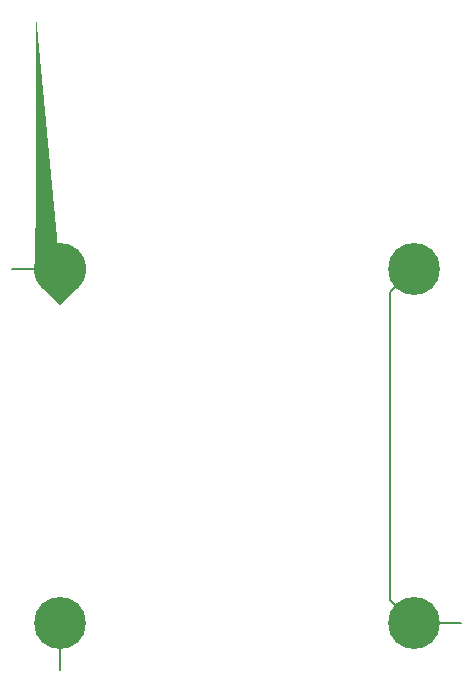
<source format=gtl>
%TF.GenerationSoftware,KiCad,Pcbnew,9.0.4*%
%TF.CreationDate,2025-10-01T23:04:08+01:00*%
%TF.ProjectId,mm_rgb_ring,6d6d5f72-6762-45f7-9269-6e672e6b6963,0.4*%
%TF.SameCoordinates,PX8d24d00PY36d6160*%
%TF.FileFunction,Copper,L1,Top*%
%TF.FilePolarity,Positive*%
%FSLAX45Y45*%
G04 Gerber Fmt 4.5, Leading zero omitted, Abs format (unit mm)*
G04 Created by KiCad (PCBNEW 9.0.4) date 2025-10-01 23:04:08*
%MOMM*%
%LPD*%
G01*
G04 APERTURE LIST*
G04 Aperture macros list*
%AMFreePoly0*
4,1,59,1.555635,1.555635,1.602276,1.508284,1.690419,1.408790,1.772397,1.304154,1.847906,1.194760,1.916673,1.081007,1.978445,0.963309,2.032999,0.842096,2.080134,0.717810,2.119678,0.590905,2.151490,0.461844,2.175450,0.331096,2.191472,0.199143,2.199498,0.066462,2.199498,-0.066462,2.191472,-0.199143,2.175450,-0.331096,2.151490,-0.461844,2.119678,-0.590905,2.080134,-0.717810,
2.032999,-0.842096,1.978445,-0.963309,1.916673,-1.081007,1.847906,-1.194760,1.772397,-1.304154,1.690419,-1.408790,1.602276,-1.508284,1.555635,-1.555635,0.000000,-3.111270,-1.555635,-1.555635,-1.602276,-1.508284,-1.690419,-1.408790,-1.772397,-1.304154,-1.847906,-1.194760,-1.916673,-1.081007,-1.978445,-0.963309,-2.032999,-0.842096,-2.080134,-0.717810,-2.119678,-0.590905,-2.151490,-0.461844,
-2.175450,-0.331096,-2.191472,-0.199143,-2.199498,-0.066462,-2.199498,0.066462,-2.191472,0.199143,-2.175450,0.331096,-2.151490,0.461844,-2.119678,0.590905,-2.080134,0.717810,-2.032999,0.842096,-1.978445,0.963309,-1.916673,1.081007,-1.847906,1.194760,-1.772397,1.304154,-1.690419,1.408790,-1.602276,1.508284,-1.555635,1.555635,0.000000,3.111270,1.555635,1.555635,1.555635,1.555635,
$1*%
G04 Aperture macros list end*
%TA.AperFunction,SMDPad,CuDef*%
%ADD10C,0.125000*%
%TD*%
%TA.AperFunction,ComponentPad*%
%ADD11C,4.400000*%
%TD*%
%TA.AperFunction,FiducialPad,Local*%
%ADD12FreePoly0,135.000000*%
%TD*%
%TA.AperFunction,FiducialPad,Local*%
%ADD13C,4.400000*%
%TD*%
%TA.AperFunction,Conductor*%
%ADD14C,0.200000*%
%TD*%
G04 APERTURE END LIST*
D10*
%TO.P,GS1,1,JD_DATA*%
%TO.N,JD_DATA*%
X-1900000Y1500000D03*
%TD*%
D11*
%TO.P,MH3,MH3,MH3*%
%TO.N,JD_PWR*%
X-1500080Y-1500080D03*
%TD*%
%TO.P,MH4,MH4,MH4*%
%TO.N,GND*%
X1500000Y-1500000D03*
%TD*%
D10*
%TO.P,GS2,1,GND*%
%TO.N,GND*%
X1900000Y-1500000D03*
%TD*%
D11*
%TO.P,MH2,MH2,MH2*%
%TO.N,GND*%
X1500000Y1500000D03*
%TD*%
D10*
%TO.P,GS3,1,JD_PWR*%
%TO.N,JD_PWR*%
X-1500000Y-1900000D03*
%TD*%
D12*
%TO.P,MH1,MH1,MH1*%
%TO.N,JD_DATA*%
X-1500000Y1500000D03*
D13*
X-1500000Y1500000D03*
%TD*%
D14*
%TO.N,JD_DATA*%
X-1500000Y1500000D02*
X-1900000Y1500000D01*
X-1900000Y1500000D02*
X-1900000Y1500000D01*
%TO.N,GND*%
X1300000Y-1300000D02*
X1500000Y-1500000D01*
X1300000Y1300000D02*
X1300000Y-1300000D01*
X1500000Y-1500000D02*
X1900000Y-1500000D01*
X1500000Y1500000D02*
X1300000Y1300000D01*
X1900000Y-1500000D02*
X1900000Y-1500000D01*
%TO.N,JD_PWR*%
X-1500080Y-1500080D02*
X-1500080Y-1899920D01*
X-1500080Y-1899920D02*
X-1500000Y-1900000D01*
%TD*%
M02*

</source>
